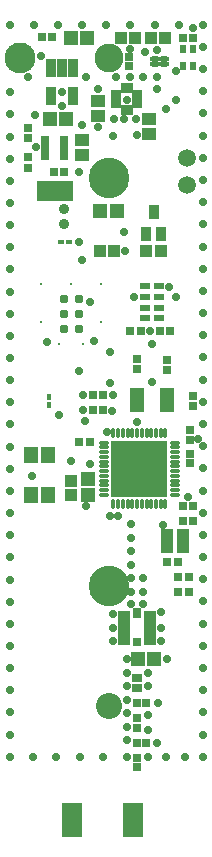
<source format=gts>
G04*
G04 #@! TF.GenerationSoftware,Altium Limited,Altium Designer,20.2.5 (213)*
G04*
G04 Layer_Color=8388736*
%FSLAX25Y25*%
%MOIN*%
G70*
G04*
G04 #@! TF.SameCoordinates,4658FE5A-7A30-472D-B718-34B1B9A5D075*
G04*
G04*
G04 #@! TF.FilePolarity,Negative*
G04*
G01*
G75*
%ADD18R,0.05134X0.05528*%
%ADD19R,0.04347X0.03953*%
%ADD20R,0.04937X0.04543*%
%ADD21R,0.04740X0.04740*%
%ADD22R,0.03953X0.04347*%
%ADD23R,0.03756X0.04543*%
%ADD27C,0.05921*%
%ADD28R,0.04543X0.04937*%
%ADD30R,0.03126X0.03165*%
%ADD31R,0.04937X0.08087*%
%ADD32R,0.03264X0.01984*%
%ADD33R,0.01984X0.03264*%
%ADD34O,0.03465X0.01890*%
%ADD37R,0.19110X0.19110*%
%ADD40R,0.03165X0.03126*%
%ADD41R,0.02870X0.02181*%
%ADD42R,0.04543X0.04150*%
%ADD43R,0.03200X0.06200*%
%ADD44R,0.02181X0.02969*%
%ADD46R,0.03362X0.02969*%
%ADD47R,0.04937X0.04150*%
%ADD48R,0.06906X0.11236*%
%ADD49R,0.06118X0.06512*%
%ADD50R,0.03165X0.03756*%
%ADD51R,0.04150X0.11433*%
%ADD52R,0.03165X0.03165*%
%ADD53R,0.02913X0.02756*%
%ADD54R,0.02959X0.02762*%
%ADD55R,0.02756X0.02913*%
%ADD56C,0.03098*%
%ADD57R,0.02520X0.02559*%
%ADD58R,0.01778X0.02132*%
%ADD59R,0.02132X0.01778*%
%ADD60O,0.03622X0.01260*%
%ADD61O,0.01260X0.03622*%
%ADD62R,0.03543X0.02362*%
%ADD63R,0.02762X0.02959*%
%ADD64C,0.09646*%
%ADD65C,0.01000*%
%ADD66C,0.03200*%
%ADD67C,0.10291*%
%ADD68C,0.08677*%
%ADD69C,0.13520*%
%ADD70C,0.02772*%
%ADD71C,0.03559*%
D18*
X382146Y244406D02*
D03*
Y257594D02*
D03*
X387854D02*
D03*
Y244406D02*
D03*
D19*
X395500Y244138D02*
D03*
Y248862D02*
D03*
X432657Y226933D02*
D03*
X427343D02*
D03*
Y231067D02*
D03*
X432657D02*
D03*
D20*
X401000Y244342D02*
D03*
Y249658D02*
D03*
D21*
X405047Y339000D02*
D03*
X410953D02*
D03*
D22*
X409862Y325500D02*
D03*
X405138D02*
D03*
X425362D02*
D03*
X420638D02*
D03*
X412138Y396500D02*
D03*
X416862D02*
D03*
X422138D02*
D03*
X426862D02*
D03*
D23*
X420441Y331260D02*
D03*
X425559D02*
D03*
X423000Y338740D02*
D03*
D27*
X434000Y356500D02*
D03*
Y347500D02*
D03*
D28*
X400658Y396500D02*
D03*
X395342D02*
D03*
X393657Y369500D02*
D03*
X388342D02*
D03*
X417842Y189500D02*
D03*
X423158D02*
D03*
D30*
X417500Y153465D02*
D03*
Y156535D02*
D03*
Y169808D02*
D03*
Y166737D02*
D03*
D31*
X427421Y276000D02*
D03*
X417579D02*
D03*
D32*
X417606Y376174D02*
D03*
Y378142D02*
D03*
X410425D02*
D03*
Y376174D02*
D03*
Y374205D02*
D03*
X417606D02*
D03*
D33*
X415000Y379768D02*
D03*
X413031D02*
D03*
Y372579D02*
D03*
X415000D02*
D03*
D34*
X423425Y387903D02*
D03*
X426575D02*
D03*
Y389478D02*
D03*
X423425D02*
D03*
D37*
X418287Y253000D02*
D03*
D40*
X420571Y161636D02*
D03*
X417500D02*
D03*
X420571Y174908D02*
D03*
X417500D02*
D03*
D41*
X393299Y357047D02*
D03*
Y359016D02*
D03*
Y360984D02*
D03*
Y362953D02*
D03*
X386701D02*
D03*
Y360984D02*
D03*
Y359016D02*
D03*
Y357047D02*
D03*
D42*
X421500Y369461D02*
D03*
Y364539D02*
D03*
X404500Y375461D02*
D03*
Y370539D02*
D03*
D43*
X396240Y386700D02*
D03*
X392500D02*
D03*
X388760D02*
D03*
Y377300D02*
D03*
X396240D02*
D03*
D44*
X432925Y392831D02*
D03*
X436075D02*
D03*
Y387319D02*
D03*
X432925D02*
D03*
D46*
X417500Y183395D02*
D03*
Y179930D02*
D03*
D47*
X399000Y362461D02*
D03*
Y357539D02*
D03*
D48*
X395961Y136000D02*
D03*
X416039D02*
D03*
D49*
X393299Y345500D02*
D03*
X387000D02*
D03*
D50*
X417500Y204900D02*
D03*
D51*
X421732Y200000D02*
D03*
X413268D02*
D03*
D52*
X417500Y195200D02*
D03*
D53*
X381000Y366732D02*
D03*
Y363268D02*
D03*
X435205Y262449D02*
D03*
Y265913D02*
D03*
X436000Y277232D02*
D03*
Y273768D02*
D03*
X427500Y285768D02*
D03*
Y289232D02*
D03*
X417500Y286268D02*
D03*
Y289732D02*
D03*
D54*
X415135Y298989D02*
D03*
X418679D02*
D03*
X402728Y277500D02*
D03*
X406272D02*
D03*
X402728Y272500D02*
D03*
X406272D02*
D03*
X389756Y352000D02*
D03*
X393299D02*
D03*
D55*
X425000Y299000D02*
D03*
X428465D02*
D03*
X432768Y235500D02*
D03*
X436232D02*
D03*
X434732Y212000D02*
D03*
X431268D02*
D03*
X434732Y217000D02*
D03*
X431268D02*
D03*
X431000Y222000D02*
D03*
X427535D02*
D03*
X389232Y397000D02*
D03*
X385768D02*
D03*
X432768Y240500D02*
D03*
X436232D02*
D03*
X401732Y261768D02*
D03*
X398268D02*
D03*
X436232Y396500D02*
D03*
X432768D02*
D03*
D56*
X398000Y299500D02*
D03*
Y304500D02*
D03*
X393000Y309500D02*
D03*
Y304500D02*
D03*
Y299500D02*
D03*
X398000Y309500D02*
D03*
D57*
X414947Y387142D02*
D03*
Y390213D02*
D03*
X435232Y254752D02*
D03*
Y257823D02*
D03*
D58*
X388000Y274316D02*
D03*
Y276875D02*
D03*
D59*
X394779Y328500D02*
D03*
X392220D02*
D03*
D60*
X430098Y261661D02*
D03*
Y260087D02*
D03*
Y258512D02*
D03*
Y256937D02*
D03*
Y255362D02*
D03*
Y253787D02*
D03*
Y252213D02*
D03*
Y250638D02*
D03*
Y249063D02*
D03*
Y247488D02*
D03*
Y245913D02*
D03*
Y244339D02*
D03*
X406476D02*
D03*
Y245913D02*
D03*
Y247488D02*
D03*
Y249063D02*
D03*
Y250638D02*
D03*
Y252213D02*
D03*
Y253787D02*
D03*
Y255362D02*
D03*
Y256937D02*
D03*
Y258512D02*
D03*
Y260087D02*
D03*
Y261661D02*
D03*
D61*
X426949Y241189D02*
D03*
X425374D02*
D03*
X423799D02*
D03*
X422224D02*
D03*
X420650D02*
D03*
X419075D02*
D03*
X417500D02*
D03*
X415925D02*
D03*
X414350D02*
D03*
X412776D02*
D03*
X411201D02*
D03*
X409626D02*
D03*
Y264811D02*
D03*
X411201D02*
D03*
X412776D02*
D03*
X414350D02*
D03*
X415925D02*
D03*
X417500D02*
D03*
X419075D02*
D03*
X420650D02*
D03*
X422224D02*
D03*
X423799D02*
D03*
X425374D02*
D03*
X426949D02*
D03*
D62*
X424862Y313815D02*
D03*
Y306728D02*
D03*
Y303185D02*
D03*
X420138D02*
D03*
Y306728D02*
D03*
Y313815D02*
D03*
Y310272D02*
D03*
X424862D02*
D03*
D63*
X381000Y353228D02*
D03*
Y356772D02*
D03*
D64*
X408055Y389992D02*
D03*
D65*
X385500Y302000D02*
D03*
Y314500D02*
D03*
X391500Y294500D02*
D03*
X399500D02*
D03*
X405500Y302000D02*
D03*
Y314500D02*
D03*
X395500D02*
D03*
D66*
X424287Y259000D02*
D03*
X420287D02*
D03*
X416287D02*
D03*
X412287D02*
D03*
Y255000D02*
D03*
Y251000D02*
D03*
Y247000D02*
D03*
X416287D02*
D03*
Y251000D02*
D03*
Y255000D02*
D03*
X420287D02*
D03*
X424287D02*
D03*
Y251000D02*
D03*
X420287D02*
D03*
Y247000D02*
D03*
X424287D02*
D03*
D67*
X378646Y389992D02*
D03*
D68*
X408055Y174008D02*
D03*
D69*
Y349992D02*
D03*
Y214008D02*
D03*
D70*
X425500Y195500D02*
D03*
X422500Y294500D02*
D03*
X401769Y308567D02*
D03*
X382500Y250500D02*
D03*
X395500Y255500D02*
D03*
X401732Y254732D02*
D03*
X398000Y285500D02*
D03*
X391500Y271000D02*
D03*
X407621Y265285D02*
D03*
X387476Y295380D02*
D03*
X424000Y392500D02*
D03*
X415000Y393000D02*
D03*
X413500Y325500D02*
D03*
X383692Y360166D02*
D03*
X421897Y298901D02*
D03*
X430500Y385500D02*
D03*
X430440Y375970D02*
D03*
X409500Y204500D02*
D03*
Y195500D02*
D03*
X408500Y292000D02*
D03*
X403259Y295483D02*
D03*
X437972Y262956D02*
D03*
X409500Y364000D02*
D03*
X400500Y383500D02*
D03*
X410500D02*
D03*
X381000D02*
D03*
X385500Y390500D02*
D03*
X434500Y243500D02*
D03*
X424500Y175000D02*
D03*
X425405Y205152D02*
D03*
X399195Y367459D02*
D03*
X398000Y352000D02*
D03*
X392500Y374000D02*
D03*
Y378600D02*
D03*
X422500Y282000D02*
D03*
X400000Y269000D02*
D03*
X400500Y240500D02*
D03*
X408500Y281500D02*
D03*
X413000Y332000D02*
D03*
X399000Y322500D02*
D03*
X416500Y310272D02*
D03*
X424000Y379500D02*
D03*
Y383500D02*
D03*
X419500D02*
D03*
X383500Y371000D02*
D03*
X436000Y400000D02*
D03*
X399500Y277500D02*
D03*
Y272500D02*
D03*
X426100Y234086D02*
D03*
X427500Y189500D02*
D03*
X424000Y161636D02*
D03*
X409500Y277500D02*
D03*
X417450Y268625D02*
D03*
X430558Y310287D02*
D03*
X428059Y313738D02*
D03*
X427286Y373000D02*
D03*
X417000Y369500D02*
D03*
X417531Y364232D02*
D03*
X415000Y383500D02*
D03*
X420015Y391991D02*
D03*
X404500Y379500D02*
D03*
Y367000D02*
D03*
X398000Y328500D02*
D03*
X414000Y376000D02*
D03*
X413044Y369576D02*
D03*
X409674Y369634D02*
D03*
X409217Y272215D02*
D03*
X408500Y237224D02*
D03*
X411276D02*
D03*
X431437Y401000D02*
D03*
X423375D02*
D03*
X415312D02*
D03*
X407250D02*
D03*
X399187D02*
D03*
X391125D02*
D03*
X383063D02*
D03*
X375000Y401000D02*
D03*
X439500Y364030D02*
D03*
Y371424D02*
D03*
Y378818D02*
D03*
Y386212D02*
D03*
Y393606D02*
D03*
X439500Y401000D02*
D03*
X439500Y297485D02*
D03*
Y304879D02*
D03*
Y312273D02*
D03*
Y319667D02*
D03*
Y327060D02*
D03*
Y334454D02*
D03*
Y341848D02*
D03*
Y349242D02*
D03*
Y356636D02*
D03*
X439500Y230939D02*
D03*
Y238333D02*
D03*
Y245727D02*
D03*
Y253121D02*
D03*
Y260515D02*
D03*
Y267909D02*
D03*
Y275303D02*
D03*
Y282697D02*
D03*
Y290091D02*
D03*
X427167Y157000D02*
D03*
X433333D02*
D03*
X375000Y378500D02*
D03*
Y371117D02*
D03*
Y363733D02*
D03*
Y356350D02*
D03*
Y348967D02*
D03*
Y341583D02*
D03*
Y334200D02*
D03*
Y326817D02*
D03*
Y319433D02*
D03*
Y312050D02*
D03*
Y304667D02*
D03*
Y297283D02*
D03*
Y289900D02*
D03*
Y282517D02*
D03*
Y275133D02*
D03*
Y267750D02*
D03*
Y260367D02*
D03*
Y252983D02*
D03*
Y245600D02*
D03*
Y238217D02*
D03*
Y230833D02*
D03*
Y223450D02*
D03*
Y216067D02*
D03*
Y208683D02*
D03*
Y201300D02*
D03*
Y193917D02*
D03*
Y186533D02*
D03*
Y179150D02*
D03*
X439500Y223545D02*
D03*
Y216151D02*
D03*
Y208757D02*
D03*
Y201364D02*
D03*
Y193970D02*
D03*
Y186576D02*
D03*
Y179182D02*
D03*
Y171788D02*
D03*
X425500Y200000D02*
D03*
X409500D02*
D03*
X439500Y164394D02*
D03*
X439500Y157000D02*
D03*
X375000Y164383D02*
D03*
Y171767D02*
D03*
Y157000D02*
D03*
X382800D02*
D03*
X390600D02*
D03*
X398400D02*
D03*
X406200D02*
D03*
X414000D02*
D03*
X419500Y216500D02*
D03*
X421000Y157000D02*
D03*
X414000Y180500D02*
D03*
X415500Y225500D02*
D03*
Y230000D02*
D03*
X414000Y162500D02*
D03*
Y167000D02*
D03*
X421000Y185000D02*
D03*
Y180500D02*
D03*
Y171000D02*
D03*
Y166000D02*
D03*
X414000Y171500D02*
D03*
Y176000D02*
D03*
Y185000D02*
D03*
Y189500D02*
D03*
X415500Y234500D02*
D03*
X419500Y212000D02*
D03*
Y208000D02*
D03*
X415500D02*
D03*
Y212000D02*
D03*
Y216500D02*
D03*
Y221000D02*
D03*
D71*
X393299Y334500D02*
D03*
Y339500D02*
D03*
M02*

</source>
